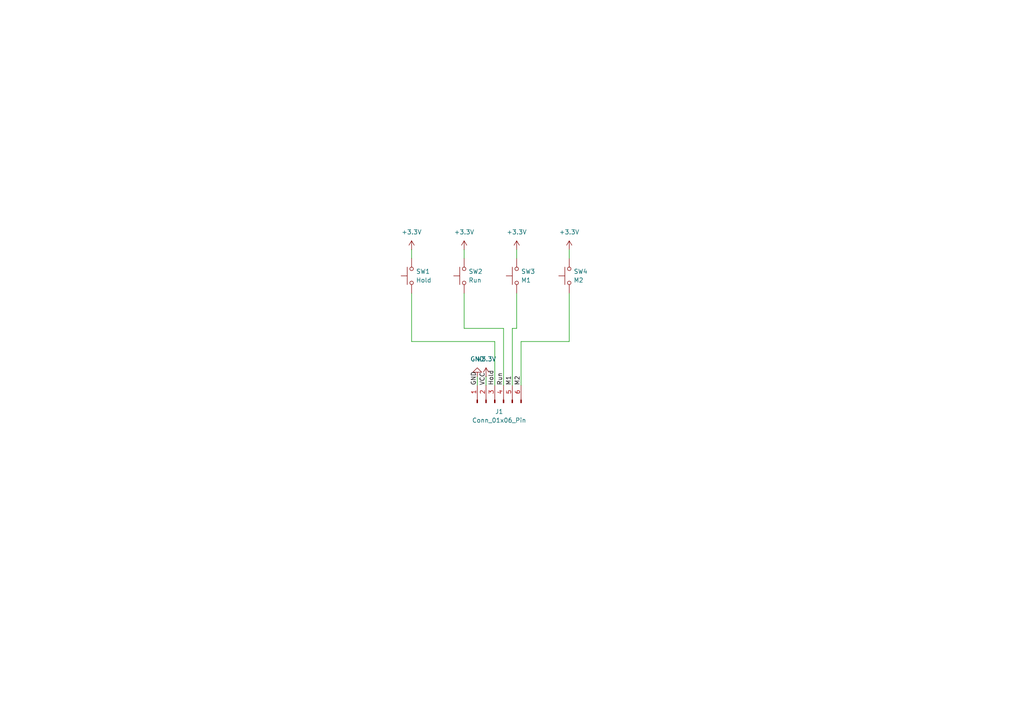
<source format=kicad_sch>
(kicad_sch (version 20231120) (generator "eeschema") (generator_version "8.0")
  (paper "A4")
  (lib_symbols
    (symbol "Connector:Conn_01x06_Pin" (pin_names (offset 1.016) hide)
      (property "Reference" "J" (at 0 7.62 0))
      (property "Value" "Conn_01x06_Pin" (at 0 -10.16 0))
      (symbol "Conn_01x06_Pin_1_1"
        (polyline (pts (xy 1.27 -7.62) (xy 0.8636 -7.62)) (stroke (width 0.1524)))
        (polyline (pts (xy 1.27 -5.08) (xy 0.8636 -5.08)) (stroke (width 0.1524)))
        (polyline (pts (xy 1.27 -2.54) (xy 0.8636 -2.54)) (stroke (width 0.1524)))
        (polyline (pts (xy 1.27 0) (xy 0.8636 0)) (stroke (width 0.1524)))
        (polyline (pts (xy 1.27 2.54) (xy 0.8636 2.54)) (stroke (width 0.1524)))
        (polyline (pts (xy 1.27 5.08) (xy 0.8636 5.08)) (stroke (width 0.1524)))
        (rectangle (start 0.8636 -7.493) (end 0 -7.747) (stroke (width 0.1524)) (fill (type outline)))
        (rectangle (start 0.8636 -4.953) (end 0 -5.207) (stroke (width 0.1524)) (fill (type outline)))
        (rectangle (start 0.8636 -2.413) (end 0 -2.667) (stroke (width 0.1524)) (fill (type outline)))
        (rectangle (start 0.8636 0.127) (end 0 -0.127) (stroke (width 0.1524)) (fill (type outline)))
        (rectangle (start 0.8636 2.667) (end 0 2.413) (stroke (width 0.1524)) (fill (type outline)))
        (rectangle (start 0.8636 5.207) (end 0 4.953) (stroke (width 0.1524)) (fill (type outline)))
        (pin passive line (at 5.08 5.08 180) (length 3.81) (name "Pin_1") (number "1"))
        (pin passive line (at 5.08 2.54 180) (length 3.81) (name "Pin_2") (number "2"))
        (pin passive line (at 5.08 0 180) (length 3.81) (name "Pin_3") (number "3"))
        (pin passive line (at 5.08 -2.54 180) (length 3.81) (name "Pin_4") (number "4"))
        (pin passive line (at 5.08 -5.08 180) (length 3.81) (name "Pin_5") (number "5"))
        (pin passive line (at 5.08 -7.62 180) (length 3.81) (name "Pin_6") (number "6"))
      )
    )
    (symbol "Switch:SW_Push" (pin_numbers hide) (pin_names (offset 1.016) hide)
      (property "Reference" "SW" (at 1.27 2.54 0))
      (property "Value" "SW_Push" (at 0 -1.524 0))
      (symbol "SW_Push_0_1"
        (circle (center -2.032 0) (radius 0.508))
        (polyline (pts (xy 0 1.27) (xy 0 3.048)))
        (polyline (pts (xy 2.54 1.27) (xy -2.54 1.27)))
        (circle (center 2.032 0) (radius 0.508))
        (pin passive line (at -5.08 0 0) (length 2.54) (name "1") (number "1"))
        (pin passive line (at 5.08 0 180) (length 2.54) (name "2") (number "2"))
      )
    )
    (symbol "power:+3.3V" (power) (pin_numbers hide) (pin_names (offset 0) hide)
      (property "Value" "+3.3V" (at 0 3.556 0))
      (symbol "+3.3V_0_1"
        (polyline (pts (xy -0.762 1.27) (xy 0 2.54)))
        (polyline (pts (xy 0 0) (xy 0 2.54)))
        (polyline (pts (xy 0 2.54) (xy 0.762 1.27)))
      )
      (symbol "+3.3V_1_1"
        (pin power_in line (at 0 0 90) (length 0) (name "~") (number "1"))
      )
    )
    (symbol "power:GND" (power) (pin_numbers hide) (pin_names (offset 0) hide)
      (property "Value" "GND" (at 0 -3.81 0))
      (symbol "GND_0_1"
        (polyline (pts (xy 0 0) (xy 0 -1.27) (xy 1.27 -1.27) (xy 0 -2.54) (xy -1.27 -1.27) (xy 0 -1.27)))
      )
      (symbol "GND_1_1"
        (pin power_in line (at 0 0 270) (length 0) (name "~") (number "1"))
      )
    )
  )
  (wire (pts (xy 134.62 72.39) (xy 134.62 74.93)))
  (wire (pts (xy 119.38 72.39) (xy 119.38 74.93)))
  (wire (pts (xy 148.59 95.25) (xy 149.86 95.25)))
  (wire (pts (xy 143.51 111.76) (xy 143.51 99.06)))
  (wire (pts (xy 165.1 99.06) (xy 165.1 85.09)))
  (wire (pts (xy 149.86 95.25) (xy 149.86 85.09)))
  (wire (pts (xy 151.13 111.76) (xy 151.13 99.06)))
  (wire (pts (xy 134.62 95.25) (xy 134.62 85.09)))
  (wire (pts (xy 165.1 72.39) (xy 165.1 74.93)))
  (wire (pts (xy 143.51 99.06) (xy 119.38 99.06)))
  (wire (pts (xy 119.38 99.06) (xy 119.38 85.09)))
  (wire (pts (xy 149.86 72.39) (xy 149.86 74.93)))
  (wire (pts (xy 148.59 111.76) (xy 148.59 95.25)))
  (wire (pts (xy 146.05 95.25) (xy 134.62 95.25)))
  (wire (pts (xy 140.97 109.22) (xy 140.97 111.76)))
  (wire (pts (xy 151.13 99.06) (xy 165.1 99.06)))
  (wire (pts (xy 138.43 109.22) (xy 138.43 111.76)))
  (wire (pts (xy 146.05 111.76) (xy 146.05 95.25)))
  (label "Hold" (at 143.51 111.76 90))
  (label "M2" (at 151.13 111.76 90))
  (label "Run" (at 146.05 111.76 90))
  (label "M1" (at 148.59 111.76 90))
  (label "VCC" (at 140.97 111.76 90))
  (label "GND" (at 138.43 111.76 90))
  (symbol (lib_id "Switch:SW_Push") (at 165.1 80.01 90) (unit 1)
    (property "Reference" "SW4" (at 166.37 78.7399 90) (effects (justify right)))
    (property "Value" "M2" (at 166.37 81.2799 90) (effects (justify right)))
    (property "Footprint" "Button_Switch_THT:SW_SPST_Omron_B3F-40xx" (effects (hide yes)))
    (property "Description" "Push button switch, generic, two pins" (effects (hide yes)))
  )
  (symbol (lib_id "power:+3.3V") (at 149.86 72.39 0) (unit 1)
    (property "Reference" "#PWR05" (effects (hide yes)))
    (property "Value" "+3.3V" (at 149.86 67.31 0))
    (property "Description" "Power symbol creates a global label with name \"+3.3V\"" (effects (hide yes)))
  )
  (symbol (lib_id "Switch:SW_Push") (at 119.38 80.01 90) (unit 1)
    (property "Reference" "SW1" (at 120.65 78.7399 90) (effects (justify right)))
    (property "Value" "Hold" (at 120.65 81.2799 90) (effects (justify right)))
    (property "Footprint" "Button_Switch_THT:SW_SPST_Omron_B3F-40xx" (effects (hide yes)))
    (property "Description" "Push button switch, generic, two pins" (effects (hide yes)))
  )
  (symbol (lib_id "power:+3.3V") (at 140.97 109.22 0) (unit 1)
    (property "Reference" "#PWR02" (effects (hide yes)))
    (property "Value" "+3.3V" (at 140.97 104.14 0))
    (property "Description" "Power symbol creates a global label with name \"+3.3V\"" (effects (hide yes)))
  )
  (symbol (lib_id "Switch:SW_Push") (at 149.86 80.01 90) (unit 1)
    (property "Reference" "SW3" (at 151.13 78.7399 90) (effects (justify right)))
    (property "Value" "M1" (at 151.13 81.2799 90) (effects (justify right)))
    (property "Footprint" "Button_Switch_THT:SW_SPST_Omron_B3F-40xx" (effects (hide yes)))
    (property "Description" "Push button switch, generic, two pins" (effects (hide yes)))
  )
  (symbol (lib_id "Connector:Conn_01x06_Pin") (at 143.51 116.84 90) (unit 1)
    (property "Reference" "J1" (at 144.78 119.38 90))
    (property "Value" "Conn_01x06_Pin" (at 144.78 121.92 90))
    (property "Footprint" "Connector_PinHeader_2.54mm:PinHeader_1x06_P2.54mm_Vertical" (effects (hide yes)))
    (property "Description" "Generic connector, single row, 01x06, script generated" (effects (hide yes)))
  )
  (symbol (lib_id "power:+3.3V") (at 134.62 72.39 0) (unit 1)
    (property "Reference" "#PWR04" (effects (hide yes)))
    (property "Value" "+3.3V" (at 134.62 67.31 0))
    (property "Description" "Power symbol creates a global label with name \"+3.3V\"" (effects (hide yes)))
  )
  (symbol (lib_id "power:+3.3V") (at 165.1 72.39 0) (unit 1)
    (property "Reference" "#PWR06" (effects (hide yes)))
    (property "Value" "+3.3V" (at 165.1 67.31 0))
    (property "Description" "Power symbol creates a global label with name \"+3.3V\"" (effects (hide yes)))
  )
  (symbol (lib_id "power:+3.3V") (at 119.38 72.39 0) (unit 1)
    (property "Reference" "#PWR03" (effects (hide yes)))
    (property "Value" "+3.3V" (at 119.38 67.31 0))
    (property "Description" "Power symbol creates a global label with name \"+3.3V\"" (effects (hide yes)))
  )
  (symbol (lib_id "power:GND") (at 138.43 109.22 180) (unit 1)
    (property "Reference" "#PWR01" (effects (hide yes)))
    (property "Value" "GND" (at 138.43 104.14 0))
    (property "Description" "Power symbol creates a global label with name \"GND\" , ground" (effects (hide yes)))
  )
  (symbol (lib_id "Switch:SW_Push") (at 134.62 80.01 90) (unit 1)
    (property "Reference" "SW2" (at 135.89 78.7399 90) (effects (justify right)))
    (property "Value" "Run" (at 135.89 81.2799 90) (effects (justify right)))
    (property "Footprint" "Button_Switch_THT:SW_SPST_Omron_B3F-40xx" (effects (hide yes)))
    (property "Description" "Push button switch, generic, two pins" (effects (hide yes)))
  )
)
</source>
